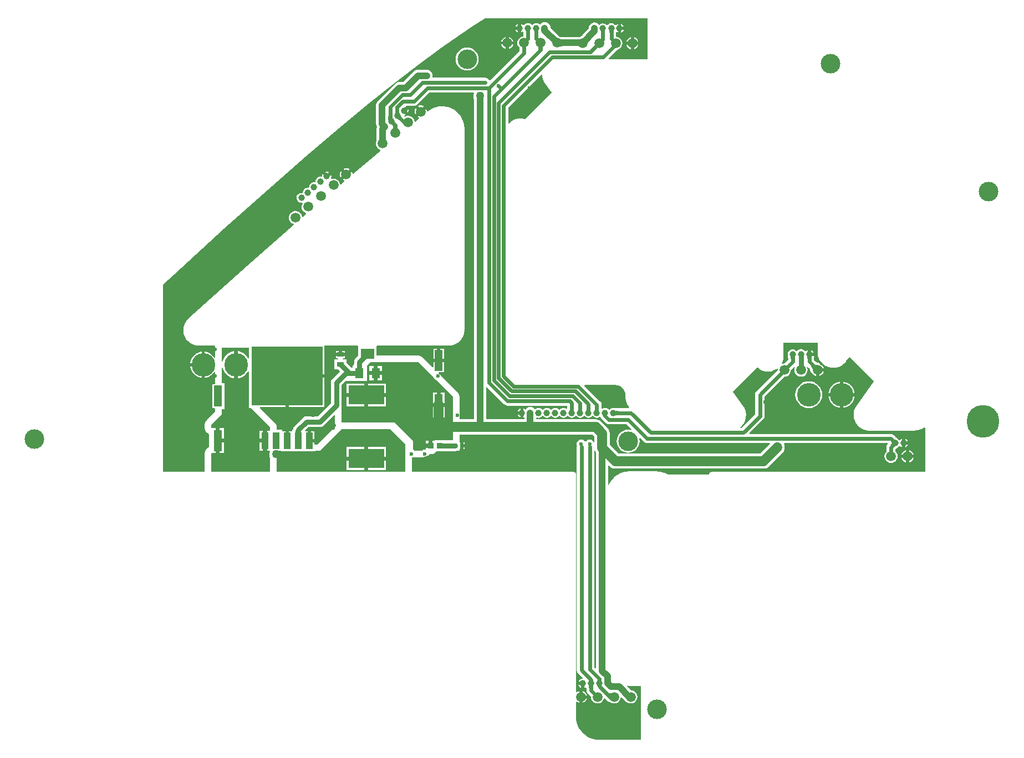
<source format=gtl>
G04*
G04 #@! TF.GenerationSoftware,Altium Limited,Altium Designer,18.1.7 (191)*
G04*
G04 Layer_Physical_Order=1*
G04 Layer_Color=255*
%FSLAX42Y42*%
%MOMM*%
G71*
G01*
G75*
%ADD27C,0.60*%
%ADD31C,1.27*%
%ADD32R,1.30X1.60*%
%ADD33R,2.00X1.60*%
%ADD34R,1.20X3.20*%
%ADD35R,0.50X0.65*%
%ADD36R,0.85X0.85*%
%ADD37R,10.90X9.10*%
%ADD38R,1.05X2.50*%
%ADD39R,5.40X2.90*%
%ADD40R,1.02X0.75*%
%ADD41C,0.60*%
%ADD42C,1.00*%
%ADD43C,0.80*%
%ADD44C,0.40*%
%ADD45C,1.50*%
%ADD46C,1.50*%
%ADD47C,1.00*%
%ADD48C,3.60*%
%ADD49C,3.00*%
%ADD50C,5.00*%
%ADD51C,0.70*%
G36*
X10300Y10441D02*
X9712D01*
X9707Y10453D01*
X9842Y10587D01*
X9843Y10587D01*
X9867Y10597D01*
X9888Y10613D01*
X9904Y10634D01*
X9914Y10658D01*
X9918Y10685D01*
X9914Y10711D01*
X9904Y10735D01*
X9888Y10756D01*
X9867Y10772D01*
X9843Y10782D01*
X9819Y10785D01*
Y10843D01*
X9819Y10844D01*
X9819Y10849D01*
X9819Y10853D01*
X9827Y10858D01*
X9833Y10859D01*
X9840Y10853D01*
X9850Y10849D01*
Y10914D01*
Y10980D01*
X9840Y10976D01*
X9826Y10964D01*
X9823Y10961D01*
X9807D01*
X9802Y10968D01*
X9786Y10980D01*
X9768Y10988D01*
X9749Y10990D01*
X9729Y10988D01*
X9711Y10980D01*
X9695Y10968D01*
X9691Y10962D01*
X9678D01*
X9675Y10966D01*
X9659Y10978D01*
X9641Y10986D01*
X9621Y10988D01*
X9602Y10986D01*
X9584Y10978D01*
X9568Y10966D01*
X9567D01*
X9559Y10977D01*
X9540Y10991D01*
X9518Y11000D01*
X9494Y11003D01*
X9471Y11000D01*
X9449Y10991D01*
X9430Y10977D01*
X9416Y10958D01*
X9407Y10936D01*
X9404Y10912D01*
Y10908D01*
X9316Y10820D01*
X9316Y10820D01*
X9310Y10814D01*
X9293Y10798D01*
X9289Y10794D01*
X9288Y10793D01*
X9287Y10793D01*
X9283Y10791D01*
X9282Y10789D01*
X9281Y10788D01*
X9278Y10784D01*
X9278Y10784D01*
X9277Y10783D01*
X9277Y10783D01*
X9275Y10780D01*
X9024D01*
X9024Y10780D01*
X9016Y10780D01*
X8991Y10781D01*
X8986Y10781D01*
X8985Y10782D01*
X8984Y10782D01*
X8980Y10783D01*
X8978Y10783D01*
X8976Y10783D01*
X8971Y10782D01*
X8971Y10782D01*
X8970Y10782D01*
X8970Y10782D01*
X8964Y10781D01*
X8964Y10781D01*
X8957Y10784D01*
X8822Y10919D01*
X8819Y10942D01*
X8810Y10964D01*
X8795Y10982D01*
X8776Y10997D01*
X8754Y11006D01*
X8731Y11009D01*
X8708Y11006D01*
X8686Y10997D01*
X8667Y10982D01*
X8659Y10972D01*
X8657D01*
X8642Y10984D01*
X8624Y10991D01*
X8604Y10994D01*
X8584Y10991D01*
X8566Y10984D01*
X8551Y10972D01*
X8546Y10966D01*
X8533D01*
X8530Y10970D01*
X8515Y10982D01*
X8497Y10989D01*
X8477Y10992D01*
X8457Y10989D01*
X8439Y10982D01*
X8424Y10970D01*
X8418Y10963D01*
X8402D01*
X8400Y10966D01*
X8385Y10977D01*
X8375Y10982D01*
Y10916D01*
Y10851D01*
X8385Y10855D01*
X8393Y10861D01*
X8406Y10855D01*
X8406Y10850D01*
X8406Y10846D01*
X8406Y10845D01*
Y10789D01*
X8389Y10787D01*
X8364Y10777D01*
X8343Y10761D01*
X8327Y10740D01*
X8317Y10716D01*
X8314Y10690D01*
X8317Y10663D01*
X8327Y10639D01*
X8343Y10618D01*
X8344Y10618D01*
Y10566D01*
X7900Y10122D01*
X7885Y10125D01*
X7876Y10136D01*
X7862Y10147D01*
X7845Y10154D01*
X7826Y10157D01*
X7027D01*
X7018Y10169D01*
X7021Y10188D01*
X7018Y10212D01*
X7009Y10234D01*
X6994Y10252D01*
X6975Y10267D01*
X6953Y10276D01*
X6930Y10279D01*
X6798D01*
X6775Y10276D01*
X6753Y10267D01*
X6734Y10252D01*
X6574Y10092D01*
X6512D01*
X6489Y10089D01*
X6467Y10080D01*
X6448Y10066D01*
X6184Y9802D01*
X6170Y9783D01*
X6160Y9761D01*
X6157Y9738D01*
Y9453D01*
X6160Y9430D01*
X6170Y9408D01*
X6171Y9406D01*
X6168Y9398D01*
X6165Y9374D01*
Y9250D01*
X6165Y9250D01*
X6165Y9242D01*
X6164Y9218D01*
X6164Y9213D01*
X6164Y9211D01*
X6164Y9211D01*
X6163Y9207D01*
X6163Y9205D01*
X6162Y9203D01*
X6163Y9198D01*
X6163Y9198D01*
X6164Y9197D01*
X6164Y9197D01*
X6164Y9191D01*
X6164Y9191D01*
X6161Y9184D01*
X6155Y9158D01*
X6156Y9132D01*
X6164Y9107D01*
X6178Y9085D01*
X6198Y9067D01*
X6221Y9055D01*
X6224Y9054D01*
X6227Y9042D01*
X6020Y8868D01*
X6020Y8868D01*
X6020Y8868D01*
X5807Y8686D01*
X5795Y8691D01*
X5795Y8696D01*
X5787Y8720D01*
X5717Y8660D01*
X5647Y8600D01*
X5669Y8589D01*
X5674Y8587D01*
X5677Y8575D01*
X5618Y8525D01*
X5607Y8530D01*
X5607Y8532D01*
X5598Y8557D01*
X5584Y8579D01*
X5565Y8597D01*
X5541Y8609D01*
X5515Y8614D01*
X5489Y8613D01*
X5475Y8608D01*
X5466Y8619D01*
X5470Y8627D01*
X5474Y8645D01*
X5473Y8663D01*
X5469Y8674D01*
X5420Y8631D01*
X5403Y8650D01*
X5384Y8634D01*
X5342Y8684D01*
X5337Y8674D01*
X5333Y8656D01*
X5333Y8652D01*
X5321Y8641D01*
X5313Y8643D01*
X5293Y8642D01*
X5274Y8636D01*
X5258Y8625D01*
X5244Y8611D01*
X5235Y8593D01*
X5231Y8574D01*
X5232Y8568D01*
X5222Y8559D01*
X5216Y8561D01*
X5196Y8560D01*
X5178Y8553D01*
X5161Y8543D01*
X5148Y8528D01*
X5139Y8510D01*
X5135Y8491D01*
X5135Y8485D01*
X5125Y8477D01*
X5120Y8478D01*
X5100Y8477D01*
X5081Y8471D01*
X5064Y8460D01*
X5051Y8446D01*
X5042Y8428D01*
X5038Y8409D01*
X5039Y8403D01*
X5029Y8394D01*
X5023Y8396D01*
X5003Y8395D01*
X4984Y8389D01*
X4968Y8378D01*
X4955Y8363D01*
X4946Y8345D01*
X4942Y8326D01*
X4943Y8306D01*
X4949Y8288D01*
X4960Y8271D01*
X4974Y8258D01*
X4992Y8249D01*
X5011Y8245D01*
X5026Y8246D01*
X5034Y8236D01*
X5034Y8234D01*
X5026Y8218D01*
X5021Y8192D01*
X5022Y8166D01*
X5030Y8141D01*
X5044Y8118D01*
X5064Y8101D01*
X5087Y8089D01*
X5089Y8088D01*
X5093Y8075D01*
X5039Y8027D01*
X5027Y8032D01*
X5027Y8037D01*
X5019Y8062D01*
X5005Y8084D01*
X4985Y8102D01*
X4962Y8114D01*
X4936Y8120D01*
X4910Y8118D01*
X4885Y8110D01*
X4863Y8096D01*
X4845Y8076D01*
X4833Y8053D01*
X4827Y8027D01*
X4829Y8001D01*
X4837Y7976D01*
X4851Y7953D01*
X4871Y7936D01*
X4894Y7924D01*
X4902Y7922D01*
X4905Y7910D01*
X4193Y7286D01*
X4192Y7285D01*
X4192Y7285D01*
X3293Y6478D01*
X3291Y6477D01*
X3290Y6475D01*
X3263Y6446D01*
X3261Y6442D01*
X3258Y6439D01*
X3238Y6405D01*
X3236Y6401D01*
X3234Y6397D01*
X3221Y6359D01*
X3221Y6355D01*
X3219Y6352D01*
X3214Y6312D01*
X3214Y6308D01*
X3214Y6304D01*
X3216Y6264D01*
X3218Y6260D01*
X3218Y6256D01*
X3228Y6217D01*
X3230Y6213D01*
X3231Y6210D01*
X3249Y6174D01*
X3252Y6171D01*
X3254Y6167D01*
X3279Y6136D01*
X3282Y6133D01*
X3284Y6130D01*
X3315Y6104D01*
X3319Y6102D01*
X3322Y6099D01*
X3357Y6080D01*
X3361Y6079D01*
X3364Y6077D01*
X3402Y6065D01*
X3407Y6065D01*
X3410Y6063D01*
X3450Y6059D01*
X3452Y6060D01*
X3454Y6059D01*
X3691D01*
X3701Y6047D01*
X3699Y6030D01*
Y5881D01*
X3687Y5878D01*
X3685Y5882D01*
X3660Y5912D01*
X3629Y5937D01*
X3594Y5956D01*
X3557Y5967D01*
X3542Y5969D01*
Y5770D01*
Y5571D01*
X3557Y5573D01*
X3594Y5584D01*
X3629Y5603D01*
X3660Y5628D01*
X3685Y5658D01*
X3687Y5662D01*
X3699Y5659D01*
X3699Y5490D01*
X3701Y5480D01*
X3692Y5470D01*
X3660D01*
Y5110D01*
X3692D01*
X3701Y5100D01*
X3699Y5090D01*
Y5052D01*
X3569Y4921D01*
X3553Y4900D01*
X3543Y4876D01*
X3539Y4850D01*
Y4807D01*
X3541Y4796D01*
X3541Y4786D01*
X3542Y4783D01*
X3543Y4780D01*
X3547Y4771D01*
X3550Y4761D01*
X3552Y4759D01*
X3553Y4756D01*
X3559Y4748D01*
X3565Y4739D01*
X3567Y4737D01*
X3569Y4735D01*
X3577Y4729D01*
X3585Y4722D01*
X3595Y4715D01*
X3597Y4714D01*
X3600Y4713D01*
X3609Y4709D01*
Y4610D01*
Y4511D01*
X3607Y4510D01*
X3594Y4503D01*
X3592Y4502D01*
X3590Y4501D01*
X3581Y4494D01*
X3572Y4488D01*
X3571Y4486D01*
X3569Y4485D01*
X3562Y4476D01*
X3555Y4468D01*
X3554Y4466D01*
X3553Y4464D01*
X3549Y4454D01*
X3544Y4444D01*
X3544Y4442D01*
X3543Y4440D01*
X3541Y4429D01*
X3539Y4418D01*
X3539Y4416D01*
X3539Y4413D01*
Y4131D01*
X2900D01*
Y6990D01*
X3071Y7149D01*
X3832Y7845D01*
X4499Y8443D01*
X5080Y8952D01*
X5587Y9385D01*
X6043Y9762D01*
X6448Y10086D01*
X6812Y10367D01*
X7144Y10611D01*
X7447Y10823D01*
X7637Y10950D01*
X7823Y11069D01*
X10300D01*
Y10441D01*
D02*
G37*
G36*
X8638Y10881D02*
X8637Y10880D01*
X8636Y10877D01*
X8636Y10875D01*
X8635Y10871D01*
X8634Y10864D01*
X8634Y10854D01*
X8634Y10848D01*
X8574D01*
X8574Y10854D01*
X8573Y10871D01*
X8572Y10875D01*
X8572Y10877D01*
X8571Y10880D01*
X8570Y10881D01*
X8569Y10882D01*
X8639D01*
X8638Y10881D01*
D02*
G37*
G36*
X8511Y10879D02*
X8510Y10878D01*
X8509Y10875D01*
X8509Y10873D01*
X8508Y10869D01*
X8507Y10862D01*
X8507Y10852D01*
X8507Y10846D01*
X8447D01*
X8447Y10852D01*
X8446Y10869D01*
X8445Y10873D01*
X8445Y10875D01*
X8444Y10878D01*
X8443Y10879D01*
X8442Y10880D01*
X8512D01*
X8511Y10879D01*
D02*
G37*
G36*
X9783Y10878D02*
X9782Y10876D01*
X9781Y10874D01*
X9780Y10871D01*
X9780Y10868D01*
X9779Y10860D01*
X9779Y10850D01*
X9779Y10844D01*
X9718D01*
X9718Y10850D01*
X9717Y10868D01*
X9717Y10871D01*
X9716Y10874D01*
X9715Y10876D01*
X9714Y10878D01*
X9714Y10879D01*
X9783D01*
X9783Y10878D01*
D02*
G37*
G36*
X9416Y10721D02*
X9384Y10685D01*
X9310Y10760D01*
X9311Y10760D01*
X9312Y10761D01*
X9314Y10762D01*
X9320Y10768D01*
X9339Y10785D01*
X9345Y10791D01*
X9416Y10721D01*
D02*
G37*
G36*
X8977Y10742D02*
X8979Y10741D01*
X8982Y10741D01*
X8989Y10740D01*
X9015Y10740D01*
X9024Y10740D01*
Y10640D01*
X8976Y10637D01*
Y10742D01*
X8977Y10742D01*
D02*
G37*
G36*
X8701Y10621D02*
X8700Y10620D01*
X8700Y10618D01*
X8700Y10616D01*
X8699Y10609D01*
X8699Y10587D01*
X8639D01*
X8639Y10593D01*
X8637Y10621D01*
X8636Y10622D01*
X8701D01*
X8701Y10621D01*
D02*
G37*
G36*
X6507Y9644D02*
X6508Y9630D01*
X6509Y9626D01*
X6510Y9623D01*
X6510Y9621D01*
X6511Y9618D01*
X6513Y9617D01*
X6514Y9616D01*
X6445Y9605D01*
X6445Y9606D01*
X6446Y9607D01*
X6446Y9609D01*
X6446Y9612D01*
X6447Y9622D01*
X6447Y9638D01*
X6507Y9650D01*
X6507Y9644D01*
D02*
G37*
G36*
X8697Y10205D02*
X8696Y10195D01*
X8697Y10191D01*
X8697Y10187D01*
X8702Y10147D01*
X8704Y10143D01*
X8704Y10139D01*
X8717Y10101D01*
X8720Y10098D01*
X8721Y10094D01*
X8742Y10059D01*
X8743Y10058D01*
X8744Y10056D01*
X8838Y9930D01*
X8433Y9526D01*
X8432Y9526D01*
X8391Y9534D01*
X8387Y9534D01*
X8383Y9535D01*
X8341Y9535D01*
X8337Y9534D01*
X8333Y9534D01*
X8292Y9525D01*
X8288Y9523D01*
X8284Y9522D01*
X8246Y9505D01*
X8243Y9503D01*
X8239Y9501D01*
X8205Y9476D01*
X8203Y9473D01*
X8199Y9471D01*
X8186Y9456D01*
X8175Y9461D01*
Y9700D01*
X8685Y10211D01*
X8697Y10205D01*
D02*
G37*
G36*
X6400Y9565D02*
X6401Y9551D01*
X6402Y9548D01*
X6403Y9545D01*
X6404Y9542D01*
X6405Y9540D01*
X6406Y9539D01*
X6408Y9538D01*
X6343Y9512D01*
X6340Y9568D01*
X6400Y9570D01*
X6400Y9565D01*
D02*
G37*
G36*
X6535Y9573D02*
X6536Y9571D01*
X6537Y9569D01*
X6538Y9567D01*
X6540Y9564D01*
X6545Y9558D01*
X6552Y9551D01*
X6556Y9547D01*
X6513Y9504D01*
X6509Y9508D01*
X6496Y9520D01*
X6493Y9522D01*
X6491Y9523D01*
X6489Y9524D01*
X6487Y9525D01*
X6485Y9525D01*
X6535Y9574D01*
X6535Y9573D01*
D02*
G37*
G36*
X6439Y9490D02*
X6440Y9488D01*
X6441Y9486D01*
X6442Y9483D01*
X6444Y9481D01*
X6449Y9475D01*
X6456Y9467D01*
X6460Y9463D01*
X6423Y9426D01*
X6480D01*
X6480Y9419D01*
X6481Y9411D01*
X6482Y9404D01*
X6483Y9398D01*
X6485Y9392D01*
X6487Y9386D01*
X6490Y9381D01*
X6493Y9377D01*
X6496Y9373D01*
X6500Y9369D01*
X6400D01*
X6404Y9373D01*
X6408Y9377D01*
X6411Y9381D01*
X6413Y9386D01*
X6415Y9392D01*
X6417Y9398D01*
X6418Y9404D01*
X6419Y9411D01*
X6420Y9419D01*
X6420Y9424D01*
X6417Y9421D01*
X6413Y9425D01*
X6400Y9437D01*
X6397Y9438D01*
X6395Y9440D01*
X6393Y9441D01*
X6391Y9441D01*
X6389Y9442D01*
X6439Y9491D01*
X6439Y9490D01*
D02*
G37*
G36*
X6308Y9203D02*
X6203D01*
X6204Y9204D01*
X6204Y9206D01*
X6204Y9208D01*
X6205Y9216D01*
X6206Y9242D01*
X6206Y9250D01*
X6306D01*
X6308Y9203D01*
D02*
G37*
G36*
X7650Y9918D02*
X7644Y9905D01*
X7641Y9878D01*
X7644Y9850D01*
X7654Y9826D01*
Y4933D01*
X7431D01*
Y4998D01*
X7430Y5000D01*
X7431Y5002D01*
X7431Y5280D01*
X7427Y5306D01*
X7417Y5330D01*
X7401Y5351D01*
X7146Y5606D01*
X7141Y5610D01*
X7137Y5615D01*
X7131Y5618D01*
X7126Y5622D01*
X7123Y5623D01*
X7122Y5626D01*
X7118Y5631D01*
X7115Y5637D01*
X7111Y5640D01*
X7112Y5644D01*
X7117Y5653D01*
X7193D01*
Y5808D01*
X7112D01*
X7032D01*
Y5736D01*
X7021Y5732D01*
X6873Y5879D01*
X6853Y5895D01*
X6828Y5905D01*
X6802Y5908D01*
X6165D01*
Y6052D01*
X6175Y6059D01*
X7264D01*
X7266Y6060D01*
X7269Y6059D01*
X7313Y6064D01*
X7317Y6066D01*
X7322Y6067D01*
X7364Y6081D01*
X7368Y6084D01*
X7372Y6085D01*
X7410Y6109D01*
X7414Y6112D01*
X7418Y6115D01*
X7449Y6146D01*
X7452Y6150D01*
X7455Y6154D01*
X7479Y6192D01*
X7480Y6196D01*
X7483Y6200D01*
X7498Y6242D01*
X7498Y6247D01*
X7500Y6251D01*
X7505Y6295D01*
X7504Y6298D01*
X7505Y6300D01*
Y9381D01*
X7504Y9383D01*
X7505Y9385D01*
X7499Y9441D01*
X7498Y9445D01*
X7498Y9449D01*
X7482Y9503D01*
X7480Y9506D01*
X7479Y9510D01*
X7454Y9560D01*
X7451Y9563D01*
X7450Y9567D01*
X7415Y9612D01*
X7412Y9614D01*
X7410Y9617D01*
X7367Y9654D01*
X7364Y9656D01*
X7361Y9659D01*
X7313Y9688D01*
X7309Y9689D01*
X7306Y9691D01*
X7253Y9710D01*
X7249Y9711D01*
X7245Y9712D01*
X7189Y9721D01*
X7185Y9721D01*
X7182Y9721D01*
X7125Y9720D01*
X7121Y9719D01*
X7118Y9719D01*
X7063Y9706D01*
X7059Y9705D01*
X7055Y9704D01*
X7003Y9682D01*
X7000Y9679D01*
X6997Y9678D01*
X6950Y9646D01*
X6949Y9645D01*
X6947Y9644D01*
X6946Y9643D01*
X6934Y9648D01*
X6934Y9656D01*
X6926Y9680D01*
X6855Y9620D01*
X6785Y9561D01*
X6807Y9549D01*
X6814Y9548D01*
X6817Y9535D01*
X6756Y9484D01*
X6744Y9489D01*
X6744Y9493D01*
X6736Y9519D01*
X6722Y9541D01*
X6703Y9559D01*
X6679Y9571D01*
X6654Y9576D01*
X6627Y9575D01*
X6602Y9567D01*
X6596Y9563D01*
X6586Y9574D01*
X6586Y9577D01*
X6586Y9578D01*
X6591Y9587D01*
X6594Y9587D01*
X6605Y9590D01*
X6563Y9640D01*
X6582Y9656D01*
X6566Y9676D01*
X6619Y9720D01*
X6621Y9729D01*
X6739D01*
X6758Y9732D01*
X6775Y9739D01*
X6789Y9750D01*
X6970Y9931D01*
X7641D01*
X7650Y9918D01*
D02*
G37*
G36*
X4216Y5872D02*
X4203Y5869D01*
X4193Y5887D01*
X4167Y5919D01*
X4135Y5945D01*
X4098Y5965D01*
X4059Y5977D01*
X4047Y5978D01*
Y5770D01*
Y5562D01*
X4059Y5563D01*
X4098Y5575D01*
X4135Y5595D01*
X4167Y5621D01*
X4193Y5653D01*
X4203Y5671D01*
X4216Y5668D01*
Y5102D01*
X4248D01*
X4540Y4810D01*
Y4772D01*
X4538D01*
Y4762D01*
X4491D01*
Y4607D01*
Y4452D01*
X4526D01*
X4535Y4439D01*
X4530Y4427D01*
X4526Y4400D01*
X4530Y4373D01*
X4540Y4348D01*
Y4131D01*
X3640D01*
Y4413D01*
X3653Y4420D01*
X3710D01*
Y4610D01*
Y4800D01*
X3653D01*
X3650Y4800D01*
X3640Y4807D01*
Y4850D01*
X3800Y5010D01*
Y5090D01*
X3840D01*
Y5490D01*
X3800D01*
X3800Y5720D01*
X3813Y5722D01*
X3823Y5689D01*
X3842Y5653D01*
X3868Y5621D01*
X3900Y5595D01*
X3937Y5575D01*
X3976Y5563D01*
X3988Y5562D01*
Y5770D01*
Y5978D01*
X3976Y5977D01*
X3937Y5965D01*
X3900Y5945D01*
X3868Y5919D01*
X3842Y5887D01*
X3823Y5851D01*
X3813Y5818D01*
X3800Y5820D01*
Y6030D01*
X4216D01*
Y5872D01*
D02*
G37*
G36*
X12807Y5892D02*
X12806Y5890D01*
X12805Y5889D01*
X12804Y5886D01*
X12803Y5884D01*
X12802Y5880D01*
X12802Y5877D01*
X12801Y5868D01*
X12801Y5857D01*
X12741Y5860D01*
X12741Y5866D01*
X12740Y5887D01*
X12739Y5889D01*
X12738Y5891D01*
X12738Y5893D01*
X12737Y5894D01*
X12807Y5892D01*
D02*
G37*
G36*
X12555Y5893D02*
X12554Y5891D01*
X12553Y5889D01*
X12553Y5887D01*
X12552Y5883D01*
X12551Y5876D01*
X12551Y5866D01*
X12551Y5860D01*
X12491Y5857D01*
X12491Y5863D01*
X12490Y5880D01*
X12489Y5884D01*
X12488Y5886D01*
X12488Y5889D01*
X12487Y5890D01*
X12486Y5892D01*
X12556Y5894D01*
X12555Y5893D01*
D02*
G37*
G36*
X5885Y6052D02*
Y5907D01*
X5843Y5865D01*
X5830Y5848D01*
X5822Y5828D01*
X5819Y5808D01*
Y5762D01*
X5795D01*
Y5723D01*
X5779D01*
X5703Y5799D01*
Y5853D01*
X5646D01*
X5646Y5854D01*
X5652Y5867D01*
X5683D01*
Y5899D01*
X5612D01*
X5542D01*
Y5867D01*
X5573D01*
X5579Y5854D01*
X5579Y5853D01*
X5522D01*
Y5699D01*
X5576D01*
X5606Y5668D01*
X5493Y5555D01*
X5480Y5538D01*
X5472Y5518D01*
X5469Y5497D01*
Y5183D01*
X5264Y4978D01*
X5092D01*
X5072Y4975D01*
X5052Y4967D01*
X5035Y4955D01*
X4914Y4833D01*
X4901Y4816D01*
X4893Y4796D01*
X4890Y4778D01*
X4890Y4776D01*
X4890Y4772D01*
X4878D01*
Y4762D01*
X4873Y4752D01*
X4826D01*
Y4607D01*
X4776D01*
Y4752D01*
X4728D01*
X4723Y4762D01*
Y4772D01*
X4641D01*
Y4810D01*
X4641Y4810D01*
X4637Y4836D01*
X4627Y4860D01*
X4611Y4881D01*
X4383Y5110D01*
X4387Y5122D01*
X4776D01*
Y5597D01*
X4801D01*
Y5622D01*
X5366D01*
Y6059D01*
X5875D01*
X5885Y6052D01*
D02*
G37*
G36*
X12846Y5784D02*
X12852Y5779D01*
X12857Y5775D01*
X12863Y5772D01*
X12869Y5769D01*
X12875Y5766D01*
X12881Y5765D01*
X12887Y5763D01*
X12893Y5763D01*
X12899Y5762D01*
X12825Y5688D01*
X12825Y5694D01*
X12824Y5700D01*
X12823Y5707D01*
X12821Y5713D01*
X12819Y5718D01*
X12816Y5724D01*
X12812Y5730D01*
X12808Y5736D01*
X12804Y5741D01*
X12798Y5747D01*
X12841Y5789D01*
X12846Y5784D01*
D02*
G37*
G36*
X12899Y5960D02*
X12900Y5958D01*
X12899Y5956D01*
X12904Y5914D01*
X12905Y5910D01*
X12906Y5906D01*
X12919Y5866D01*
X12921Y5862D01*
X12922Y5858D01*
X12944Y5821D01*
X12946Y5818D01*
X12949Y5814D01*
X12977Y5783D01*
X12980Y5781D01*
X12983Y5778D01*
X13018Y5753D01*
X13022Y5751D01*
X13025Y5749D01*
X13064Y5732D01*
X13068Y5731D01*
X13072Y5729D01*
X13113Y5721D01*
X13118Y5721D01*
X13122Y5720D01*
X13164Y5721D01*
X13168Y5722D01*
X13172Y5722D01*
X13214Y5731D01*
X13217Y5733D01*
X13222Y5734D01*
X13260Y5752D01*
X13263Y5754D01*
X13267Y5756D01*
X13301Y5781D01*
X13304Y5785D01*
X13307Y5787D01*
X13335Y5819D01*
X13336Y5821D01*
X13337Y5822D01*
X13378Y5880D01*
X13391Y5882D01*
X13756Y5516D01*
X13492Y5138D01*
X13491Y5136D01*
X13490Y5134D01*
X13469Y5096D01*
X13467Y5092D01*
X13465Y5088D01*
X13453Y5046D01*
X13453Y5041D01*
X13452Y5037D01*
X13449Y4994D01*
X13449Y4989D01*
X13449Y4985D01*
X13456Y4942D01*
X13457Y4938D01*
X13458Y4933D01*
X13474Y4893D01*
X13476Y4889D01*
X13478Y4885D01*
X13502Y4849D01*
X13505Y4846D01*
X13508Y4842D01*
X13539Y4812D01*
X13543Y4809D01*
X13546Y4806D01*
X13584Y4784D01*
X13588Y4782D01*
X13592Y4780D01*
X13633Y4766D01*
X13637Y4766D01*
X13642Y4764D01*
X13685Y4759D01*
X13687Y4760D01*
X13689Y4759D01*
X14353D01*
X14355Y4760D01*
X14357Y4759D01*
X14415Y4765D01*
X14419Y4766D01*
X14423Y4767D01*
X14479Y4784D01*
X14483Y4786D01*
X14487Y4787D01*
X14529Y4810D01*
X14542Y4802D01*
Y4131D01*
X11277D01*
X11265Y4128D01*
X11255Y4122D01*
X11249Y4112D01*
X11246Y4100D01*
Y4086D01*
X10612D01*
X10561Y4113D01*
X10557Y4114D01*
X10554Y4116D01*
X10497Y4133D01*
X10493Y4134D01*
X10490Y4135D01*
X10431Y4141D01*
X10429Y4140D01*
X10427Y4141D01*
X10027D01*
X10025Y4140D01*
X10023Y4141D01*
X9964Y4135D01*
X9961Y4134D01*
X9957Y4133D01*
X9900Y4116D01*
X9897Y4114D01*
X9893Y4113D01*
X9841Y4085D01*
X9838Y4083D01*
X9834Y4081D01*
X9789Y4044D01*
X9786Y4041D01*
X9783Y4038D01*
X9746Y3993D01*
X9744Y3989D01*
X9742Y3986D01*
X9714Y3934D01*
X9713Y3933D01*
X9702Y3934D01*
X9701Y3935D01*
Y4224D01*
X9713Y4228D01*
X9728Y4213D01*
X9752Y4195D01*
X9780Y4183D01*
X9810Y4179D01*
X12072D01*
X12103Y4183D01*
X12130Y4195D01*
X12155Y4213D01*
X12365Y4423D01*
X12383Y4447D01*
X12395Y4475D01*
X12398Y4505D01*
X12395Y4535D01*
X12386Y4557D01*
X12393Y4569D01*
X13966D01*
X13967Y4569D01*
X13970Y4557D01*
X13960Y4544D01*
X13953Y4527D01*
X13950Y4508D01*
Y4441D01*
X13949Y4440D01*
X13933Y4419D01*
X13923Y4395D01*
X13920Y4369D01*
X13923Y4343D01*
X13933Y4318D01*
X13949Y4297D01*
X13970Y4281D01*
X13995Y4271D01*
X14021Y4268D01*
X14047Y4271D01*
X14071Y4281D01*
X14092Y4297D01*
X14108Y4318D01*
X14118Y4343D01*
X14122Y4369D01*
X14118Y4395D01*
X14108Y4419D01*
X14092Y4440D01*
X14091Y4441D01*
Y4479D01*
X14094Y4481D01*
X14098Y4484D01*
X14099Y4484D01*
X14102Y4486D01*
X14104Y4487D01*
X14108Y4490D01*
X14113Y4493D01*
X14114Y4495D01*
X14116Y4497D01*
X14118Y4502D01*
X14121Y4506D01*
X14122Y4506D01*
X14138Y4519D01*
X14143Y4525D01*
X14159D01*
X14161Y4522D01*
X14176Y4511D01*
X14186Y4507D01*
Y4572D01*
Y4637D01*
X14176Y4633D01*
X14161Y4622D01*
X14159Y4619D01*
X14143D01*
X14138Y4625D01*
X14122Y4638D01*
X14121Y4638D01*
X14118Y4642D01*
X14116Y4647D01*
X14114Y4649D01*
X14113Y4651D01*
X14108Y4654D01*
X14104Y4657D01*
X14102Y4658D01*
X14099Y4660D01*
X14098Y4660D01*
X14088Y4669D01*
X14085Y4672D01*
X14084Y4672D01*
X14066Y4690D01*
X14052Y4701D01*
X14035Y4708D01*
X14016Y4711D01*
X11862D01*
X11857Y4722D01*
X12067Y4933D01*
X12079Y4947D01*
X12086Y4964D01*
X12088Y4983D01*
Y5283D01*
X12391Y5587D01*
X12392Y5586D01*
X12418Y5590D01*
X12443Y5600D01*
X12463Y5616D01*
X12479Y5637D01*
X12490Y5661D01*
X12493Y5687D01*
X12493Y5688D01*
X12547Y5742D01*
X12558Y5735D01*
X12549Y5713D01*
X12545Y5687D01*
X12549Y5661D01*
X12559Y5637D01*
X12575Y5616D01*
X12596Y5600D01*
X12620Y5590D01*
X12646Y5586D01*
X12672Y5590D01*
X12697Y5600D01*
X12717Y5616D01*
X12733Y5637D01*
X12744Y5661D01*
X12747Y5687D01*
X12744Y5713D01*
X12735Y5735D01*
X12745Y5742D01*
X12768Y5719D01*
X12769Y5719D01*
X12773Y5714D01*
X12776Y5711D01*
X12778Y5707D01*
X12780Y5704D01*
X12781Y5702D01*
X12783Y5699D01*
X12783Y5696D01*
X12784Y5694D01*
X12784Y5691D01*
X12784Y5687D01*
X12786Y5680D01*
X12787Y5672D01*
X12788Y5672D01*
X12788Y5671D01*
X12792Y5665D01*
X12796Y5659D01*
X12797Y5659D01*
X12797Y5658D01*
X12803Y5654D01*
X12809Y5650D01*
X12810Y5650D01*
X12811Y5650D01*
X12813Y5650D01*
X12817Y5639D01*
X12832Y5620D01*
X12852Y5604D01*
X12875Y5595D01*
Y5687D01*
X12900D01*
Y5712D01*
X12993D01*
X12983Y5735D01*
X12968Y5755D01*
X12948Y5770D01*
X12938Y5774D01*
X12938Y5777D01*
X12937Y5777D01*
X12937Y5778D01*
X12933Y5784D01*
X12929Y5790D01*
X12929Y5791D01*
X12928Y5791D01*
X12922Y5795D01*
X12916Y5799D01*
X12916Y5800D01*
X12915Y5800D01*
X12908Y5801D01*
X12901Y5803D01*
X12896Y5803D01*
X12894Y5804D01*
X12891Y5804D01*
X12889Y5805D01*
X12886Y5806D01*
X12883Y5807D01*
X12880Y5809D01*
X12877Y5812D01*
X12873Y5814D01*
X12869Y5819D01*
X12868Y5819D01*
X12842Y5846D01*
Y5855D01*
X12842Y5855D01*
X12842Y5856D01*
X12842Y5856D01*
X12842Y5866D01*
X12843Y5872D01*
X12843Y5873D01*
X12844Y5874D01*
X12844Y5877D01*
X12845Y5879D01*
X12846Y5885D01*
X12847Y5890D01*
X12847Y5892D01*
X12847Y5895D01*
X12846Y5900D01*
X12845Y5904D01*
X12773D01*
Y5929D01*
X12748D01*
Y5995D01*
X12736Y5990D01*
X12721Y5979D01*
X12709D01*
X12703Y5986D01*
X12686Y5998D01*
X12667Y6007D01*
X12646Y6009D01*
X12625Y6007D01*
X12606Y5998D01*
X12589Y5986D01*
X12586Y5981D01*
X12573Y5981D01*
X12573Y5982D01*
X12557Y5994D01*
X12539Y6002D01*
X12519Y6004D01*
X12500Y6002D01*
X12481Y5994D01*
X12466Y5982D01*
X12454Y5966D01*
X12446Y5948D01*
X12443Y5929D01*
X12446Y5909D01*
X12447Y5906D01*
X12447Y5906D01*
X12446Y5900D01*
X12445Y5895D01*
X12445Y5892D01*
X12445Y5890D01*
X12446Y5885D01*
X12447Y5879D01*
X12448Y5877D01*
X12449Y5874D01*
X12449Y5873D01*
X12450Y5861D01*
X12450Y5857D01*
X12450Y5856D01*
X12450Y5855D01*
X12450Y5855D01*
Y5846D01*
X12393Y5788D01*
X12392Y5788D01*
X12366Y5785D01*
X12360Y5782D01*
X12352Y5792D01*
X12358Y5803D01*
X12360Y5807D01*
X12362Y5811D01*
X12374Y5851D01*
X12375Y5855D01*
X12376Y5859D01*
X12381Y5900D01*
X12380Y5903D01*
X12381Y5905D01*
Y6109D01*
X12899D01*
Y5960D01*
D02*
G37*
G36*
X7035Y5575D02*
X7039Y5565D01*
X7050Y5550D01*
X7065Y5539D01*
X7075Y5535D01*
X7330Y5280D01*
X7330Y5002D01*
X7329Y5000D01*
X7330Y4998D01*
X7330Y4611D01*
X7214D01*
Y4612D01*
X7049D01*
Y4603D01*
X7021D01*
Y4530D01*
X6991D01*
Y4500D01*
X6919D01*
Y4481D01*
X6906Y4470D01*
X6900Y4471D01*
X6882Y4468D01*
X6865Y4461D01*
X6853Y4453D01*
X6747D01*
X6735Y4461D01*
X6720Y4467D01*
X6720Y4606D01*
X6436Y4890D01*
X5630Y4890D01*
Y5145D01*
X5631Y5150D01*
Y5461D01*
X5690Y5520D01*
X6020Y5520D01*
X6020Y5755D01*
X6072Y5808D01*
X6802D01*
X7035Y5575D01*
D02*
G37*
G36*
X9842Y5455D02*
X9876Y5443D01*
X9906Y5424D01*
X9931Y5399D01*
X9950Y5369D01*
X9962Y5335D01*
X9966Y5298D01*
Y5271D01*
X9967Y5269D01*
X9966Y5266D01*
X9971Y5224D01*
X9972Y5220D01*
X9973Y5216D01*
X9986Y5175D01*
X9988Y5171D01*
X9990Y5167D01*
X10012Y5131D01*
X10014Y5127D01*
X10017Y5124D01*
X10025Y5115D01*
X10020Y5103D01*
X9853D01*
X9852Y5103D01*
X9847Y5103D01*
X9839Y5104D01*
X9834Y5104D01*
X9833Y5105D01*
X9830Y5106D01*
X9828Y5107D01*
X9823Y5107D01*
X9817Y5108D01*
X9815Y5108D01*
X9812Y5108D01*
X9807Y5106D01*
X9802Y5105D01*
X9801Y5106D01*
X9782Y5108D01*
X9762Y5106D01*
X9744Y5098D01*
X9728Y5086D01*
X9724Y5081D01*
X9712D01*
X9708Y5086D01*
X9692Y5098D01*
X9674Y5106D01*
X9654Y5108D01*
X9635Y5106D01*
X9617Y5098D01*
X9611Y5094D01*
X9598Y5100D01*
Y5160D01*
X9596Y5178D01*
X9589Y5195D01*
X9577Y5210D01*
X9340Y5447D01*
X9345Y5459D01*
X9805D01*
X9842Y5455D01*
D02*
G37*
G36*
X8113Y5165D02*
X8128Y5154D01*
X8145Y5147D01*
X8163Y5144D01*
X9076D01*
Y5104D01*
X9076Y5103D01*
X9076Y5100D01*
X9071Y5097D01*
X9063Y5094D01*
X9057Y5098D01*
X9039Y5106D01*
X9019Y5108D01*
X9000Y5106D01*
X8982Y5098D01*
X8966Y5086D01*
X8962Y5081D01*
X8950D01*
X8946Y5086D01*
X8930Y5098D01*
X8912Y5106D01*
X8893Y5108D01*
X8873Y5106D01*
X8855Y5098D01*
X8839Y5086D01*
X8835Y5081D01*
X8823D01*
X8819Y5086D01*
X8803Y5098D01*
X8785Y5106D01*
X8765Y5108D01*
X8746Y5106D01*
X8728Y5098D01*
X8712Y5086D01*
X8708Y5081D01*
X8696D01*
X8692Y5086D01*
X8676Y5098D01*
X8658Y5106D01*
X8639Y5108D01*
X8619Y5106D01*
X8601Y5098D01*
X8585Y5086D01*
X8584D01*
X8576Y5097D01*
X8557Y5111D01*
X8535Y5120D01*
X8511Y5123D01*
X8488Y5120D01*
X8466Y5111D01*
X8447Y5097D01*
X8436Y5082D01*
X8434D01*
X8420Y5094D01*
X8410Y5098D01*
Y5033D01*
Y4965D01*
X8421Y4958D01*
Y4933D01*
X7836D01*
Y5426D01*
X7848Y5431D01*
X8113Y5165D01*
D02*
G37*
G36*
X9431Y5097D02*
X9432Y5079D01*
X9432Y5076D01*
X9433Y5073D01*
X9434Y5071D01*
X9435Y5069D01*
X9436Y5068D01*
X9365D01*
X9366Y5069D01*
X9367Y5071D01*
X9368Y5073D01*
X9369Y5076D01*
X9369Y5079D01*
X9370Y5087D01*
X9370Y5097D01*
X9371Y5103D01*
X9431D01*
X9431Y5097D01*
D02*
G37*
G36*
X9304D02*
X9305Y5079D01*
X9305Y5076D01*
X9306Y5073D01*
X9307Y5071D01*
X9308Y5069D01*
X9308Y5068D01*
X9239D01*
X9239Y5069D01*
X9240Y5071D01*
X9241Y5073D01*
X9242Y5076D01*
X9242Y5079D01*
X9243Y5087D01*
X9243Y5097D01*
X9243Y5103D01*
X9304D01*
X9304Y5097D01*
D02*
G37*
G36*
X9177D02*
X9178Y5079D01*
X9178Y5076D01*
X9179Y5073D01*
X9180Y5071D01*
X9181Y5069D01*
X9182Y5068D01*
X9111D01*
X9112Y5069D01*
X9113Y5071D01*
X9114Y5073D01*
X9115Y5076D01*
X9115Y5079D01*
X9116Y5087D01*
X9116Y5097D01*
X9117Y5103D01*
X9176D01*
X9177Y5097D01*
D02*
G37*
G36*
X9818Y5067D02*
X9820Y5066D01*
X9822Y5065D01*
X9825Y5064D01*
X9828Y5064D01*
X9836Y5063D01*
X9846Y5063D01*
X9851Y5062D01*
Y5003D01*
X9846Y5002D01*
X9828Y5001D01*
X9825Y5001D01*
X9822Y5000D01*
X9820Y4999D01*
X9818Y4998D01*
X9817Y4997D01*
Y5067D01*
X9818Y5067D01*
D02*
G37*
G36*
X9474Y4979D02*
X9490Y4967D01*
X9508Y4959D01*
X9528Y4957D01*
X9547Y4959D01*
X9565Y4967D01*
X9573Y4973D01*
X9586Y4967D01*
X9593Y4950D01*
X9605Y4936D01*
X9663Y4878D01*
X9677Y4866D01*
X9694Y4859D01*
X9712Y4857D01*
X9981D01*
X10057Y4781D01*
X10050Y4770D01*
X10041Y4772D01*
X10007Y4776D01*
X9973Y4772D01*
X9940Y4762D01*
X9909Y4746D01*
X9883Y4724D01*
X9861Y4698D01*
X9845Y4667D01*
X9835Y4634D01*
X9831Y4600D01*
X9835Y4566D01*
X9845Y4533D01*
X9861Y4502D01*
X9883Y4476D01*
X9909Y4454D01*
X9940Y4438D01*
X9973Y4428D01*
X10007Y4424D01*
X10041Y4428D01*
X10074Y4438D01*
X10105Y4454D01*
X10131Y4476D01*
X10153Y4502D01*
X10169Y4533D01*
X10179Y4566D01*
X10183Y4600D01*
X10179Y4634D01*
X10177Y4643D01*
X10188Y4650D01*
X10248Y4590D01*
X10262Y4579D01*
X10279Y4572D01*
X10297Y4569D01*
X12166D01*
X12171Y4558D01*
X12024Y4411D01*
X9858D01*
X9726Y4543D01*
Y4720D01*
X9722Y4750D01*
X9710Y4778D01*
X9692Y4802D01*
X9595Y4900D01*
X9570Y4918D01*
X9543Y4930D01*
X9512Y4933D01*
X8602D01*
Y4955D01*
X8613Y4962D01*
X8619Y4959D01*
X8639Y4957D01*
X8658Y4959D01*
X8676Y4967D01*
X8692Y4979D01*
X8696Y4984D01*
X8708D01*
X8712Y4979D01*
X8728Y4967D01*
X8746Y4959D01*
X8765Y4957D01*
X8785Y4959D01*
X8803Y4967D01*
X8819Y4979D01*
X8823Y4984D01*
X8835D01*
X8839Y4979D01*
X8855Y4967D01*
X8873Y4959D01*
X8893Y4957D01*
X8912Y4959D01*
X8930Y4967D01*
X8946Y4979D01*
X8950Y4984D01*
X8962D01*
X8966Y4979D01*
X8982Y4967D01*
X9000Y4959D01*
X9019Y4957D01*
X9039Y4959D01*
X9057Y4967D01*
X9073Y4979D01*
X9077Y4984D01*
X9089D01*
X9093Y4979D01*
X9109Y4967D01*
X9127Y4959D01*
X9146Y4957D01*
X9166Y4959D01*
X9184Y4967D01*
X9200Y4979D01*
X9204Y4984D01*
X9216D01*
X9220Y4979D01*
X9236Y4967D01*
X9254Y4959D01*
X9274Y4957D01*
X9293Y4959D01*
X9311Y4967D01*
X9327Y4979D01*
X9331Y4984D01*
X9343D01*
X9347Y4979D01*
X9363Y4967D01*
X9381Y4959D01*
X9400Y4957D01*
X9420Y4959D01*
X9438Y4967D01*
X9454Y4979D01*
X9458Y4984D01*
X9470D01*
X9474Y4979D01*
D02*
G37*
G36*
X12018Y5697D02*
X12022Y5695D01*
X12026Y5693D01*
X12064Y5676D01*
X12068Y5676D01*
X12072Y5674D01*
X12113Y5666D01*
X12117Y5666D01*
X12121Y5665D01*
X12163Y5665D01*
X12167Y5666D01*
X12171Y5666D01*
X12212Y5675D01*
X12216Y5677D01*
X12220Y5678D01*
X12258Y5695D01*
X12261Y5697D01*
X12265Y5699D01*
X12282Y5711D01*
X12293Y5704D01*
X12291Y5687D01*
X12291Y5686D01*
X11968Y5363D01*
X11956Y5348D01*
X11949Y5331D01*
X11947Y5313D01*
Y5012D01*
X11736Y4801D01*
X11722D01*
X11718Y4813D01*
X11738Y4830D01*
X11740Y4833D01*
X11743Y4836D01*
X11768Y4868D01*
X11770Y4871D01*
X11772Y4875D01*
X11790Y4910D01*
X11792Y4914D01*
X11793Y4918D01*
X11804Y4957D01*
X11804Y4961D01*
X11805Y4965D01*
X11808Y5005D01*
X11807Y5009D01*
X11807Y5013D01*
X11802Y5053D01*
X11801Y5057D01*
X11800Y5061D01*
X11787Y5099D01*
X11784Y5102D01*
X11783Y5106D01*
X11762Y5141D01*
X11761Y5142D01*
X11760Y5144D01*
X11604Y5354D01*
X11970Y5720D01*
X11984Y5721D01*
X12018Y5697D01*
D02*
G37*
G36*
X5011Y4767D02*
X5013Y4735D01*
X5013Y4733D01*
X5014Y4732D01*
X5015Y4731D01*
X4926D01*
X4927Y4732D01*
X4928Y4733D01*
X4929Y4735D01*
X4929Y4738D01*
X4930Y4742D01*
X4930Y4760D01*
X4931Y4776D01*
X5011D01*
X5011Y4767D01*
D02*
G37*
G36*
X9494Y4672D02*
Y4584D01*
X9481Y4581D01*
X9479Y4588D01*
X9467Y4602D01*
X9453Y4614D01*
X9436Y4621D01*
X9418Y4623D01*
X9399Y4621D01*
X9382Y4614D01*
X9368Y4602D01*
X9361Y4595D01*
X9346D01*
X9340Y4602D01*
X9325Y4614D01*
X9308Y4621D01*
X9290Y4623D01*
X9272Y4621D01*
X9255Y4614D01*
X9240Y4602D01*
X9229Y4588D01*
X9222Y4571D01*
X9219Y4553D01*
X9222Y4534D01*
X9224Y4528D01*
X9222Y4510D01*
X9222Y1098D01*
X9224Y1079D01*
X9231Y1062D01*
X9243Y1048D01*
X9312Y978D01*
X9307Y965D01*
X9293Y964D01*
X9276Y957D01*
X9261Y945D01*
X9250Y931D01*
X9246Y920D01*
X9311D01*
Y895D01*
X9336D01*
Y830D01*
X9347Y834D01*
X9354Y840D01*
X9367Y834D01*
X9367Y830D01*
X9368Y825D01*
X9368Y824D01*
Y790D01*
X9370Y771D01*
X9377Y754D01*
X9388Y740D01*
X9437Y691D01*
X9437Y690D01*
X9441Y664D01*
X9451Y640D01*
X9467Y619D01*
X9488Y603D01*
X9512Y593D01*
X9538Y589D01*
X9564Y593D01*
X9588Y603D01*
X9609Y619D01*
X9625Y640D01*
X9635Y664D01*
X9635Y664D01*
X9649Y669D01*
X9678Y640D01*
X9690Y630D01*
X9700Y621D01*
X9703Y619D01*
X9706Y616D01*
X9710Y615D01*
X9714Y613D01*
X9717Y612D01*
X9721Y611D01*
X9725Y611D01*
X9729Y610D01*
X9731Y610D01*
X9742Y603D01*
X9766Y593D01*
X9792Y589D01*
X9818Y593D01*
X9842Y603D01*
X9863Y619D01*
X9879Y640D01*
X9889Y664D01*
X9891Y677D01*
X9905Y682D01*
X9961Y626D01*
X9980Y611D01*
X9990Y607D01*
X9996Y603D01*
X10020Y593D01*
X10046Y589D01*
X10072Y593D01*
X10096Y603D01*
X10117Y619D01*
X10133Y640D01*
X10143Y664D01*
X10147Y690D01*
X10143Y716D01*
X10133Y740D01*
X10117Y761D01*
X10096Y777D01*
X10072Y787D01*
X10054Y790D01*
X9993Y850D01*
X9998Y862D01*
X10023Y859D01*
X10025Y860D01*
X10027Y859D01*
X10200D01*
Y31D01*
X9578D01*
X9513Y36D01*
X9451Y53D01*
X9392Y80D01*
X9340Y117D01*
X9294Y163D01*
X9257Y215D01*
X9230Y274D01*
X9213Y336D01*
X9208Y401D01*
Y614D01*
X9220Y619D01*
X9236Y607D01*
X9259Y598D01*
Y690D01*
Y782D01*
X9236Y773D01*
X9220Y761D01*
X9208Y766D01*
Y4100D01*
X9205Y4112D01*
X9199Y4122D01*
X9189Y4128D01*
X9177Y4131D01*
X6701D01*
Y4349D01*
X6702Y4351D01*
X6714Y4358D01*
X6714Y4358D01*
X6720Y4355D01*
X6727Y4354D01*
X6733Y4353D01*
X6740D01*
X6747Y4352D01*
X6853D01*
X6860Y4353D01*
X6867D01*
X6873Y4354D01*
X6880Y4355D01*
X6886Y4358D01*
X6892Y4359D01*
X6898Y4363D01*
X6904Y4365D01*
X6909Y4369D01*
X6910Y4370D01*
X6919D01*
X6922Y4371D01*
X6926Y4371D01*
X6935Y4374D01*
X6945Y4377D01*
X6947Y4378D01*
X6951Y4379D01*
X6959Y4385D01*
X6967Y4390D01*
X6970Y4392D01*
X6973Y4394D01*
X6978Y4399D01*
X6991D01*
X7017Y4403D01*
X7042Y4413D01*
X7063Y4429D01*
X7076Y4446D01*
X7078Y4447D01*
X7214D01*
Y4449D01*
X7369D01*
X7390Y4452D01*
X7403Y4458D01*
X7434D01*
Y4478D01*
X7440D01*
Y4492D01*
X7447Y4509D01*
X7449Y4530D01*
X7447Y4551D01*
X7440Y4568D01*
Y4583D01*
X7434D01*
Y4603D01*
X7434Y4603D01*
X7431Y4615D01*
Y4702D01*
X9464D01*
X9494Y4672D01*
D02*
G37*
G36*
X14060Y4639D02*
X14073Y4627D01*
X14076Y4625D01*
X14078Y4624D01*
X14080Y4623D01*
X14082Y4622D01*
X14084Y4622D01*
X14034Y4572D01*
X14034Y4574D01*
X14033Y4576D01*
X14032Y4578D01*
X14031Y4580D01*
X14029Y4583D01*
X14024Y4589D01*
X14018Y4596D01*
X14014Y4600D01*
X14056Y4643D01*
X14060Y4639D01*
D02*
G37*
G36*
X5529Y4998D02*
Y4890D01*
X5533Y4864D01*
X5543Y4840D01*
X5545Y4837D01*
X5258Y4551D01*
X5233D01*
X5223Y4549D01*
X5213Y4558D01*
Y4582D01*
X5141D01*
Y4607D01*
X5116D01*
Y4752D01*
X5079D01*
X5074Y4765D01*
X5126Y4817D01*
X5297D01*
X5318Y4820D01*
X5338Y4828D01*
X5355Y4840D01*
X5517Y5003D01*
X5529Y4998D01*
D02*
G37*
G36*
X14084Y4522D02*
X14082Y4522D01*
X14080Y4521D01*
X14078Y4520D01*
X14076Y4519D01*
X14073Y4517D01*
X14067Y4512D01*
X14060Y4505D01*
X14056Y4501D01*
X14014Y4544D01*
X14018Y4548D01*
X14029Y4561D01*
X14031Y4564D01*
X14032Y4566D01*
X14033Y4568D01*
X14034Y4570D01*
X14034Y4572D01*
X14084Y4522D01*
D02*
G37*
G36*
X6370Y4780D02*
X6600Y4550D01*
Y4131D01*
X4641D01*
Y4348D01*
X4640Y4355D01*
Y4361D01*
X4638Y4368D01*
X4637Y4374D01*
X4635Y4380D01*
X4633Y4387D01*
X4628Y4399D01*
X4628Y4400D01*
X4628Y4401D01*
X4631Y4410D01*
X4634Y4419D01*
X4634Y4423D01*
X4635Y4426D01*
Y4436D01*
X4635Y4446D01*
X4647Y4452D01*
X4708D01*
Y4442D01*
X5233D01*
Y4450D01*
X5300D01*
X5630Y4780D01*
X6370Y4780D01*
D02*
G37*
G36*
X9510Y4437D02*
X9519Y4424D01*
X9519Y1128D01*
X9507Y1123D01*
X9491Y1140D01*
Y1188D01*
X9491Y4450D01*
X9503Y4452D01*
X9510Y4437D01*
D02*
G37*
G36*
X9472Y859D02*
X9471Y857D01*
X9471Y855D01*
X9470Y852D01*
X9470Y849D01*
X9469Y841D01*
X9468Y831D01*
X9468Y826D01*
X9408D01*
X9408Y831D01*
X9407Y849D01*
X9407Y852D01*
X9406Y855D01*
X9405Y857D01*
X9404Y859D01*
X9403Y860D01*
X9473D01*
X9472Y859D01*
D02*
G37*
G36*
X9703Y757D02*
X9708Y753D01*
X9714Y749D01*
X9719Y747D01*
X9724Y745D01*
X9729Y744D01*
X9733Y744D01*
X9738Y745D01*
X9742Y746D01*
X9746Y749D01*
X9728Y651D01*
X9665Y710D01*
X9697Y763D01*
X9703Y757D01*
D02*
G37*
%LPC*%
G36*
X8325Y10982D02*
X8315Y10977D01*
X8300Y10966D01*
X8289Y10952D01*
X8285Y10941D01*
X8325D01*
Y10982D01*
D02*
G37*
G36*
X9900Y10980D02*
Y10939D01*
X9941D01*
X9937Y10950D01*
X9925Y10964D01*
X9911Y10976D01*
X9900Y10980D01*
D02*
G37*
G36*
X8325Y10891D02*
X8285D01*
X8289Y10881D01*
X8300Y10866D01*
X8315Y10855D01*
X8325Y10851D01*
Y10891D01*
D02*
G37*
G36*
X9941Y10889D02*
X9900D01*
Y10849D01*
X9911Y10853D01*
X9925Y10865D01*
X9937Y10879D01*
X9941Y10889D01*
D02*
G37*
G36*
X8186Y10782D02*
Y10715D01*
X8253D01*
X8244Y10738D01*
X8228Y10757D01*
X8209Y10773D01*
X8186Y10782D01*
D02*
G37*
G36*
X8136D02*
X8113Y10773D01*
X8093Y10757D01*
X8078Y10738D01*
X8068Y10715D01*
X8136D01*
Y10782D01*
D02*
G37*
G36*
X10096Y10777D02*
Y10710D01*
X10163D01*
X10154Y10733D01*
X10139Y10752D01*
X10119Y10768D01*
X10096Y10777D01*
D02*
G37*
G36*
X10046D02*
X10023Y10768D01*
X10003Y10752D01*
X9988Y10733D01*
X9978Y10710D01*
X10046D01*
Y10777D01*
D02*
G37*
G36*
X8253Y10665D02*
X8186D01*
Y10597D01*
X8209Y10607D01*
X8228Y10622D01*
X8244Y10642D01*
X8253Y10665D01*
D02*
G37*
G36*
X8136D02*
X8068D01*
X8078Y10642D01*
X8093Y10622D01*
X8113Y10607D01*
X8136Y10597D01*
Y10665D01*
D02*
G37*
G36*
X10163Y10660D02*
X10096D01*
Y10592D01*
X10119Y10602D01*
X10139Y10617D01*
X10154Y10637D01*
X10163Y10660D01*
D02*
G37*
G36*
X10046D02*
X9978D01*
X9988Y10637D01*
X10003Y10617D01*
X10023Y10602D01*
X10046Y10592D01*
Y10660D01*
D02*
G37*
G36*
X7547Y10619D02*
X7513Y10616D01*
X7480Y10606D01*
X7449Y10589D01*
X7423Y10568D01*
X7401Y10541D01*
X7385Y10511D01*
X7375Y10478D01*
X7371Y10443D01*
X7375Y10409D01*
X7385Y10376D01*
X7401Y10346D01*
X7423Y10319D01*
X7449Y10297D01*
X7480Y10281D01*
X7513Y10271D01*
X7547Y10267D01*
X7581Y10271D01*
X7614Y10281D01*
X7645Y10297D01*
X7671Y10319D01*
X7693Y10346D01*
X7709Y10376D01*
X7719Y10409D01*
X7723Y10443D01*
X7719Y10478D01*
X7709Y10511D01*
X7693Y10541D01*
X7671Y10568D01*
X7645Y10589D01*
X7614Y10606D01*
X7581Y10616D01*
X7547Y10619D01*
D02*
G37*
G36*
X5708Y8774D02*
X5683Y8773D01*
X5660Y8765D01*
X5703Y8714D01*
X5755Y8758D01*
X5733Y8769D01*
X5708Y8774D01*
D02*
G37*
G36*
X5409Y8721D02*
X5390Y8720D01*
X5380Y8716D01*
X5406Y8685D01*
X5437Y8712D01*
X5427Y8717D01*
X5409Y8721D01*
D02*
G37*
G36*
X5622Y8733D02*
X5610Y8711D01*
X5605Y8686D01*
X5606Y8661D01*
X5614Y8638D01*
X5665Y8682D01*
X5622Y8733D01*
D02*
G37*
G36*
X3493Y5969D02*
X3478Y5967D01*
X3441Y5956D01*
X3406Y5937D01*
X3375Y5912D01*
X3350Y5882D01*
X3332Y5847D01*
X3320Y5809D01*
X3319Y5795D01*
X3493D01*
Y5969D01*
D02*
G37*
G36*
Y5745D02*
X3319D01*
X3320Y5731D01*
X3332Y5693D01*
X3350Y5658D01*
X3375Y5628D01*
X3406Y5603D01*
X3441Y5584D01*
X3478Y5573D01*
X3493Y5571D01*
Y5745D01*
D02*
G37*
G36*
X6848Y9735D02*
X6823Y9734D01*
X6799Y9726D01*
X6842Y9674D01*
X6894Y9718D01*
X6872Y9729D01*
X6848Y9735D01*
D02*
G37*
G36*
X6648Y9679D02*
X6617Y9653D01*
X6643Y9622D01*
X6648Y9632D01*
X6652Y9650D01*
X6652Y9669D01*
X6648Y9679D01*
D02*
G37*
G36*
X6761Y9694D02*
X6749Y9672D01*
X6744Y9648D01*
X6745Y9623D01*
X6752Y9599D01*
X6804Y9642D01*
X6761Y9694D01*
D02*
G37*
G36*
X7193Y6012D02*
X7138D01*
Y5858D01*
X7193D01*
Y6012D01*
D02*
G37*
G36*
X7088D02*
X7032D01*
Y5858D01*
X7088D01*
Y6012D01*
D02*
G37*
G36*
X3770Y4800D02*
Y4640D01*
X3830D01*
Y4800D01*
X3770D01*
D02*
G37*
G36*
X4431Y4762D02*
X4378D01*
Y4637D01*
X4431D01*
Y4762D01*
D02*
G37*
G36*
Y4577D02*
X4378D01*
Y4452D01*
X4431D01*
Y4577D01*
D02*
G37*
G36*
X3830Y4580D02*
X3770D01*
Y4420D01*
X3830D01*
Y4580D01*
D02*
G37*
G36*
X5683Y5981D02*
X5638D01*
Y5949D01*
X5683D01*
Y5981D01*
D02*
G37*
G36*
X5588D02*
X5542D01*
Y5949D01*
X5588D01*
Y5981D01*
D02*
G37*
G36*
X5366Y5572D02*
X4826D01*
Y5122D01*
X5366D01*
Y5572D01*
D02*
G37*
G36*
X12798Y5994D02*
Y5954D01*
X12839D01*
X12834Y5964D01*
X12823Y5979D01*
X12808Y5990D01*
X12798Y5994D01*
D02*
G37*
G36*
X12993Y5662D02*
X12925D01*
Y5595D01*
X12948Y5604D01*
X12968Y5620D01*
X12983Y5639D01*
X12993Y5662D01*
D02*
G37*
G36*
X13290Y5509D02*
Y5335D01*
X13464D01*
X13462Y5349D01*
X13451Y5387D01*
X13432Y5422D01*
X13407Y5452D01*
X13377Y5477D01*
X13342Y5496D01*
X13304Y5507D01*
X13290Y5509D01*
D02*
G37*
G36*
X13240D02*
X13226Y5507D01*
X13188Y5496D01*
X13153Y5477D01*
X13123Y5452D01*
X13098Y5422D01*
X13079Y5387D01*
X13068Y5349D01*
X13066Y5335D01*
X13240D01*
Y5509D01*
D02*
G37*
G36*
X13464Y5285D02*
X13290D01*
Y5111D01*
X13304Y5113D01*
X13342Y5124D01*
X13377Y5143D01*
X13407Y5168D01*
X13432Y5198D01*
X13451Y5233D01*
X13462Y5271D01*
X13464Y5285D01*
D02*
G37*
G36*
X13240D02*
X13066D01*
X13068Y5271D01*
X13079Y5233D01*
X13098Y5198D01*
X13123Y5168D01*
X13153Y5143D01*
X13188Y5124D01*
X13226Y5113D01*
X13240Y5111D01*
Y5285D01*
D02*
G37*
G36*
X12765Y5516D02*
X12725Y5512D01*
X12686Y5500D01*
X12651Y5481D01*
X12619Y5456D01*
X12594Y5424D01*
X12575Y5389D01*
X12563Y5350D01*
X12559Y5310D01*
X12563Y5270D01*
X12575Y5231D01*
X12594Y5196D01*
X12619Y5164D01*
X12651Y5139D01*
X12686Y5120D01*
X12725Y5108D01*
X12765Y5104D01*
X12805Y5108D01*
X12844Y5120D01*
X12879Y5139D01*
X12911Y5164D01*
X12936Y5196D01*
X12955Y5231D01*
X12967Y5270D01*
X12971Y5310D01*
X12967Y5350D01*
X12955Y5389D01*
X12936Y5424D01*
X12911Y5456D01*
X12879Y5481D01*
X12844Y5500D01*
X12805Y5512D01*
X12765Y5516D01*
D02*
G37*
G36*
X14236Y4637D02*
Y4597D01*
X14277D01*
X14272Y4607D01*
X14261Y4622D01*
X14247Y4633D01*
X14236Y4637D01*
D02*
G37*
G36*
X14277Y4547D02*
X14236D01*
Y4507D01*
X14247Y4511D01*
X14261Y4522D01*
X14272Y4537D01*
X14277Y4547D01*
D02*
G37*
G36*
X14300Y4461D02*
Y4394D01*
X14367D01*
X14358Y4417D01*
X14343Y4437D01*
X14323Y4452D01*
X14300Y4461D01*
D02*
G37*
G36*
X14250D02*
X14227Y4452D01*
X14207Y4437D01*
X14192Y4417D01*
X14182Y4394D01*
X14250D01*
Y4461D01*
D02*
G37*
G36*
X14367Y4344D02*
X14300D01*
Y4276D01*
X14323Y4286D01*
X14343Y4301D01*
X14358Y4321D01*
X14367Y4344D01*
D02*
G37*
G36*
X14250D02*
X14182D01*
X14192Y4321D01*
X14207Y4301D01*
X14227Y4286D01*
X14250Y4276D01*
Y4344D01*
D02*
G37*
G36*
X6245Y5753D02*
X6180D01*
Y5672D01*
X6245D01*
Y5753D01*
D02*
G37*
G36*
X6120D02*
X6055D01*
Y5672D01*
X6120D01*
Y5753D01*
D02*
G37*
G36*
X6245Y5612D02*
X6180D01*
Y5533D01*
X6245D01*
Y5612D01*
D02*
G37*
G36*
X6120D02*
X6055D01*
Y5533D01*
X6120D01*
Y5612D01*
D02*
G37*
G36*
X6306Y5480D02*
X6036D01*
Y5335D01*
X6306D01*
Y5480D01*
D02*
G37*
G36*
X5976D02*
X5706D01*
Y5335D01*
X5976D01*
Y5480D01*
D02*
G37*
G36*
X7203Y5342D02*
X7143D01*
Y5182D01*
X7203D01*
Y5342D01*
D02*
G37*
G36*
X7082D02*
X7022D01*
Y5182D01*
X7082D01*
Y5342D01*
D02*
G37*
G36*
X6306Y5275D02*
X6036D01*
Y5130D01*
X6306D01*
Y5275D01*
D02*
G37*
G36*
X5976D02*
X5706D01*
Y5130D01*
X5976D01*
Y5275D01*
D02*
G37*
G36*
X7203Y5122D02*
X7143D01*
Y4962D01*
X7203D01*
Y5122D01*
D02*
G37*
G36*
X7082D02*
X7022D01*
Y4962D01*
X7082D01*
Y5122D01*
D02*
G37*
G36*
X6961Y4603D02*
X6919D01*
Y4560D01*
X6961D01*
Y4603D01*
D02*
G37*
G36*
X8360Y5098D02*
X8349Y5094D01*
X8335Y5082D01*
X8323Y5068D01*
X8319Y5058D01*
X8360D01*
Y5098D01*
D02*
G37*
G36*
Y5008D02*
X8319D01*
X8323Y4997D01*
X8335Y4983D01*
X8349Y4971D01*
X8360Y4967D01*
Y5008D01*
D02*
G37*
G36*
X7510Y4583D02*
X7490D01*
Y4555D01*
X7510D01*
Y4583D01*
D02*
G37*
G36*
Y4505D02*
X7490D01*
Y4478D01*
X7510D01*
Y4505D01*
D02*
G37*
G36*
X9286Y870D02*
X9246D01*
X9250Y860D01*
X9261Y846D01*
X9276Y834D01*
X9286Y830D01*
Y870D01*
D02*
G37*
G36*
X9309Y782D02*
Y715D01*
X9376D01*
X9367Y738D01*
X9352Y758D01*
X9332Y773D01*
X9309Y782D01*
D02*
G37*
G36*
X9376Y665D02*
X9309D01*
Y598D01*
X9332Y607D01*
X9352Y622D01*
X9367Y642D01*
X9376Y665D01*
D02*
G37*
G36*
X5213Y4752D02*
X5166D01*
Y4632D01*
X5213D01*
Y4752D01*
D02*
G37*
G36*
X6306Y4510D02*
X6036D01*
Y4365D01*
X6306D01*
Y4510D01*
D02*
G37*
G36*
X5976D02*
X5706D01*
Y4365D01*
X5976D01*
Y4510D01*
D02*
G37*
G36*
X6306Y4305D02*
X6036D01*
Y4160D01*
X6306D01*
Y4305D01*
D02*
G37*
G36*
X5976D02*
X5706D01*
Y4160D01*
X5976D01*
Y4305D01*
D02*
G37*
%LPD*%
D27*
X14400Y4600D02*
D03*
X14500Y4400D02*
D03*
X14400Y4200D02*
D03*
X14200D02*
D03*
X14000D02*
D03*
X13800D02*
D03*
X13600Y5400D02*
D03*
X13700Y4400D02*
D03*
X13600Y4200D02*
D03*
X13400Y5800D02*
D03*
X13500Y5600D02*
D03*
Y5200D02*
D03*
X13400Y5000D02*
D03*
X13500Y4800D02*
D03*
Y4400D02*
D03*
X13400Y4200D02*
D03*
X13300Y5600D02*
D03*
X13200Y5000D02*
D03*
X13300Y4800D02*
D03*
Y4400D02*
D03*
X13200Y4200D02*
D03*
X13100Y5600D02*
D03*
X13000Y5400D02*
D03*
Y5000D02*
D03*
X13100Y4800D02*
D03*
Y4400D02*
D03*
X13000Y4200D02*
D03*
X12900Y4400D02*
D03*
X12800Y4200D02*
D03*
X12600D02*
D03*
X12500Y5200D02*
D03*
X12400Y5000D02*
D03*
X12500Y4800D02*
D03*
X12100Y5600D02*
D03*
Y5200D02*
D03*
Y4800D02*
D03*
X11900Y5600D02*
D03*
X11800Y5400D02*
D03*
X11900Y5200D02*
D03*
X10200Y10600D02*
D03*
X10100Y400D02*
D03*
X10000Y200D02*
D03*
X9900Y10800D02*
D03*
X9800Y5400D02*
D03*
X9900Y5200D02*
D03*
Y4800D02*
D03*
X9800Y4600D02*
D03*
X9900Y400D02*
D03*
X9800Y200D02*
D03*
X9600Y5400D02*
D03*
X9700Y5200D02*
D03*
Y400D02*
D03*
X9600Y200D02*
D03*
X9400Y600D02*
D03*
X9500Y400D02*
D03*
X9400Y200D02*
D03*
X9200Y4600D02*
D03*
X9300Y400D02*
D03*
X9100Y10800D02*
D03*
X9000Y4600D02*
D03*
X8800D02*
D03*
X8700Y10000D02*
D03*
X8600Y9800D02*
D03*
Y4600D02*
D03*
X8500Y10000D02*
D03*
X8400Y9800D02*
D03*
Y4600D02*
D03*
X8300Y10800D02*
D03*
Y9600D02*
D03*
X8200Y5000D02*
D03*
Y4600D02*
D03*
X8000Y10600D02*
D03*
X8100Y10400D02*
D03*
X8000Y5000D02*
D03*
Y4200D02*
D03*
X7900Y10800D02*
D03*
X7800Y10600D02*
D03*
X7900Y10400D02*
D03*
X7800Y10200D02*
D03*
X7900Y5200D02*
D03*
X7800Y4200D02*
D03*
X7700Y10800D02*
D03*
X7600Y10200D02*
D03*
Y7000D02*
D03*
Y6600D02*
D03*
Y6200D02*
D03*
Y5800D02*
D03*
Y5400D02*
D03*
Y5000D02*
D03*
X7700Y4400D02*
D03*
X7600Y4200D02*
D03*
X7500Y10800D02*
D03*
X7400Y10600D02*
D03*
X7500Y6000D02*
D03*
X7400Y5800D02*
D03*
X7500Y5600D02*
D03*
X7400Y5400D02*
D03*
X7500Y5200D02*
D03*
X7400Y5000D02*
D03*
X7500Y4400D02*
D03*
X7400Y4200D02*
D03*
X7200Y10600D02*
D03*
X7300Y10400D02*
D03*
Y6000D02*
D03*
Y5600D02*
D03*
Y4400D02*
D03*
X7200Y4200D02*
D03*
X7100Y10400D02*
D03*
X7000Y5800D02*
D03*
X7100Y5600D02*
D03*
Y4400D02*
D03*
X7000Y4200D02*
D03*
X6900Y6000D02*
D03*
Y4400D02*
D03*
X6800Y4200D02*
D03*
X6700Y9600D02*
D03*
Y6000D02*
D03*
Y4400D02*
D03*
X6500Y6000D02*
D03*
X6300D02*
D03*
X6100Y9200D02*
D03*
X6000Y9000D02*
D03*
X5800D02*
D03*
X5900Y8800D02*
D03*
X5800Y5800D02*
D03*
X5500Y6000D02*
D03*
X5400Y5800D02*
D03*
X5500Y4800D02*
D03*
X5200Y5000D02*
D03*
X5000D02*
D03*
X4800Y8600D02*
D03*
X4900Y8400D02*
D03*
X4800Y8200D02*
D03*
Y5000D02*
D03*
X4700Y8400D02*
D03*
X4600Y8200D02*
D03*
X4700Y8000D02*
D03*
X4600Y7800D02*
D03*
Y5000D02*
D03*
X4500Y8400D02*
D03*
X4400Y8200D02*
D03*
X4500Y8000D02*
D03*
X4400Y7800D02*
D03*
X4500Y7600D02*
D03*
X4300Y8000D02*
D03*
X4200Y7800D02*
D03*
X4300Y7600D02*
D03*
X4200Y7400D02*
D03*
X4100Y8000D02*
D03*
X4000Y7800D02*
D03*
X4100Y7600D02*
D03*
X4000Y7400D02*
D03*
X3900Y7600D02*
D03*
X3800Y7400D02*
D03*
X3900Y7200D02*
D03*
X3800Y7000D02*
D03*
X3700Y7600D02*
D03*
X3600Y7400D02*
D03*
X3700Y7200D02*
D03*
X3600Y7000D02*
D03*
X3700Y6000D02*
D03*
Y5600D02*
D03*
X3600Y5400D02*
D03*
Y5000D02*
D03*
X3400Y7400D02*
D03*
X3500Y7200D02*
D03*
X3400Y7000D02*
D03*
X3500Y6800D02*
D03*
Y6000D02*
D03*
X3400Y5400D02*
D03*
X3500Y5200D02*
D03*
X3400Y5000D02*
D03*
X3500Y4800D02*
D03*
X3400Y4600D02*
D03*
X3500Y4400D02*
D03*
X3400Y4200D02*
D03*
X3300Y7200D02*
D03*
X3200Y7000D02*
D03*
X3300Y6800D02*
D03*
X3200Y6600D02*
D03*
Y6200D02*
D03*
X3300Y6000D02*
D03*
X3200Y5800D02*
D03*
X3300Y5600D02*
D03*
X3200Y5400D02*
D03*
X3300Y5200D02*
D03*
X3200Y5000D02*
D03*
X3300Y4800D02*
D03*
X3200Y4600D02*
D03*
X3300Y4400D02*
D03*
X3200Y4200D02*
D03*
X3000Y7000D02*
D03*
X3100Y6800D02*
D03*
X3000Y6600D02*
D03*
X3100Y6400D02*
D03*
X3000Y6200D02*
D03*
X3100Y6000D02*
D03*
X3000Y5800D02*
D03*
X3100Y5600D02*
D03*
X3000Y5400D02*
D03*
X3100Y5200D02*
D03*
X3000Y5000D02*
D03*
X3100Y4800D02*
D03*
X3000Y4600D02*
D03*
X3100Y4400D02*
D03*
X3000Y4200D02*
D03*
X8025Y10035D02*
D03*
X7826Y10086D02*
D03*
X9290Y4553D02*
D03*
X9418D02*
D03*
D31*
X7745Y9878D02*
D03*
X12282Y4505D02*
D03*
X4631Y4400D02*
D03*
D32*
X6150Y5642D02*
D03*
X5900D02*
D03*
D33*
X6025Y5933D02*
D03*
D34*
X7112Y5833D02*
D03*
Y5153D02*
D03*
X3740Y5290D02*
D03*
Y4610D02*
D03*
D35*
X7369Y4530D02*
D03*
X7465D02*
D03*
D36*
X7131D02*
D03*
X6991D02*
D03*
D37*
X4801Y5597D02*
D03*
D38*
X5141Y4607D02*
D03*
X4971D02*
D03*
X4801D02*
D03*
X4631D02*
D03*
X4461D02*
D03*
D39*
X6006Y4335D02*
D03*
Y5305D02*
D03*
D40*
X5612Y5924D02*
D03*
Y5776D02*
D03*
D41*
X6941Y10002D02*
X7879D01*
X6739Y9800D02*
X6941Y10002D01*
X6565Y9800D02*
X6739D01*
X6869Y10086D02*
X7826D01*
X6683Y9900D02*
X6869Y10086D01*
X6559Y9900D02*
X6683D01*
X6370Y9711D02*
X6559Y9900D01*
X6477Y9712D02*
X6565Y9800D01*
X7879Y10002D02*
X7879Y5499D01*
X8163Y5215D01*
X6370Y9511D02*
Y9711D01*
Y9511D02*
X6389Y9492D01*
X6477Y9583D02*
Y9712D01*
Y9583D02*
X6485Y9575D01*
X14021Y4508D02*
X14084Y4572D01*
X14021Y4369D02*
Y4508D01*
X9528Y5033D02*
Y5160D01*
X9247Y5440D02*
X9528Y5160D01*
X8258Y5440D02*
X9247D01*
X9400Y5033D02*
Y5169D01*
X9205Y5365D02*
X9400Y5169D01*
X8225Y5365D02*
X9205D01*
X9274Y5033D02*
Y5179D01*
X9162Y5290D02*
X9274Y5179D01*
X8194Y5290D02*
X9162D01*
X8029Y9772D02*
X8029Y5561D01*
X8029Y9772D02*
X8807Y10550D01*
X8029Y5561D02*
X8225Y5365D01*
X7954Y9872D02*
X8669Y10587D01*
X8025Y10035D02*
X8071Y9989D01*
X6389Y9492D02*
X6450Y9430D01*
Y9313D02*
Y9430D01*
X6584Y9476D02*
X6645D01*
X6485Y9575D02*
X6584Y9476D01*
X14016Y4640D02*
X14084Y4572D01*
X12521Y5816D02*
Y5929D01*
X8604Y10754D02*
Y10918D01*
Y10754D02*
X8669Y10690D01*
X8477Y10752D02*
Y10916D01*
X8415Y10690D02*
X8477Y10752D01*
X8415Y10537D02*
Y10690D01*
X9420Y1111D02*
Y1188D01*
Y1111D02*
X9565Y966D01*
X9420Y1188D02*
X9420Y4510D01*
X9565Y898D02*
Y966D01*
X9438Y895D02*
Y952D01*
X9293Y1098D02*
X9438Y952D01*
X9293Y1098D02*
X9293Y4510D01*
X9728Y690D02*
X9792D01*
X9565Y852D02*
X9728Y690D01*
X9565Y852D02*
Y898D01*
X9438Y790D02*
X9538Y690D01*
X9438Y790D02*
Y895D01*
X7954Y9872D02*
X7954Y5530D01*
X8669Y10587D02*
Y10690D01*
X7879Y10002D02*
X8415Y10537D01*
X9621Y10903D02*
Y10912D01*
Y10743D02*
Y10903D01*
X9563Y10685D02*
X9621Y10743D01*
X9749Y10753D02*
Y10914D01*
Y10753D02*
X9817Y10685D01*
X9625Y10470D02*
X9819Y10665D01*
X8845Y10470D02*
X9625D01*
X9428Y10550D02*
X9475Y10597D01*
X8807Y10550D02*
X9428D01*
X9475Y10597D02*
X9563Y10685D01*
X8104Y9729D02*
X8845Y10470D01*
X10297Y4640D02*
X14016D01*
X10010Y4928D02*
X10297Y4640D01*
X12018Y5313D02*
X12392Y5687D01*
X12018Y4983D02*
Y5313D01*
X11765Y4730D02*
X12018Y4983D01*
X10353Y4730D02*
X11765D01*
X9712Y4928D02*
X10010D01*
X9654Y4985D02*
X9712Y4928D01*
X9654Y4985D02*
Y5033D01*
X9782D02*
X10050D01*
X8104Y5594D02*
X8258Y5440D01*
X8104Y9729D02*
X8104Y5594D01*
X8163Y5215D02*
X9118D01*
X9146Y5186D01*
Y5033D02*
Y5186D01*
X7954Y5530D02*
X8194Y5290D01*
X10050Y5033D02*
X10353Y4730D01*
X12771Y5816D02*
X12900Y5687D01*
X12771Y5816D02*
Y5929D01*
X12392Y5687D02*
X12521Y5816D01*
D42*
X6612Y10002D02*
X6798Y10188D01*
X6512Y10002D02*
X6612D01*
X6248Y9738D02*
X6512Y10002D01*
X6248Y9453D02*
Y9738D01*
X6798Y10188D02*
X6930D01*
X6248Y9453D02*
X6292Y9410D01*
X6256Y9374D02*
X6292Y9410D01*
X6256Y9149D02*
Y9374D01*
X7745Y4828D02*
X7755Y4817D01*
X7745Y4828D02*
Y9878D01*
X9494Y10870D02*
Y10912D01*
X9309Y10685D02*
X9494Y10870D01*
X9304Y10690D02*
X9309Y10685D01*
X8923Y10690D02*
X9304D01*
X8731Y10881D02*
Y10918D01*
Y10881D02*
X8923Y10690D01*
X9610Y1088D02*
X9610Y4495D01*
X9692Y898D02*
Y1005D01*
X9610Y1088D02*
X9692Y1005D01*
X9747Y843D02*
X9872D01*
X9692Y898D02*
X9747Y843D01*
X9872D02*
X10025Y690D01*
X10046D01*
X8511Y4817D02*
Y5033D01*
D43*
X5550Y5497D02*
X5695Y5642D01*
X5550Y5150D02*
Y5497D01*
X5695Y5642D02*
X5746D01*
X5900D01*
X5297Y4897D02*
X5550Y5150D01*
X5092Y4897D02*
X5297D01*
X4971Y4776D02*
X5092Y4897D01*
X5612Y5776D02*
X5746Y5642D01*
X5900Y5808D02*
X6025Y5933D01*
X5900Y5642D02*
Y5808D01*
X4971Y4607D02*
Y4776D01*
X7131Y4530D02*
X7369D01*
X12646Y5687D02*
Y5929D01*
D44*
X9614Y10911D02*
X9621Y10903D01*
D45*
X7755Y4817D02*
X8511D01*
X7230D02*
X7755D01*
X8511D02*
X9512D01*
X9610Y4495D02*
X9810Y4295D01*
X12072D01*
X9512Y4817D02*
X9610Y4720D01*
Y4495D02*
Y4720D01*
X12072Y4295D02*
X12282Y4505D01*
X7112Y4935D02*
Y5153D01*
Y4935D02*
X7230Y4817D01*
D46*
X5314Y8349D02*
D03*
X5121Y8184D02*
D03*
X4928Y8019D02*
D03*
X5507Y8514D02*
D03*
X5701Y8679D02*
D03*
X9792Y690D02*
D03*
X10046D02*
D03*
X9538D02*
D03*
X9284D02*
D03*
X10071Y10685D02*
D03*
X9817D02*
D03*
X9309D02*
D03*
X9563D02*
D03*
X8161Y10690D02*
D03*
X8415D02*
D03*
X8923D02*
D03*
X8669D02*
D03*
X6839Y9639D02*
D03*
X6645Y9476D02*
D03*
X6256Y9149D02*
D03*
X6450Y9313D02*
D03*
X12646Y5687D02*
D03*
X12900D02*
D03*
X12392D02*
D03*
X14275Y4369D02*
D03*
X14021D02*
D03*
D47*
X5403Y8650D02*
D03*
X5307Y8568D02*
D03*
X5017Y8320D02*
D03*
X5114Y8403D02*
D03*
X5210Y8485D02*
D03*
X6292Y9410D02*
D03*
X6389Y9492D02*
D03*
X6485Y9575D02*
D03*
X6582Y9656D02*
D03*
X9311Y895D02*
D03*
X9438D02*
D03*
X9565Y898D02*
D03*
X9692D02*
D03*
X9494Y10912D02*
D03*
X9621D02*
D03*
X9749Y10914D02*
D03*
X9875D02*
D03*
X8731Y10918D02*
D03*
X8604D02*
D03*
X8477Y10916D02*
D03*
X8350D02*
D03*
X12646Y5929D02*
D03*
X12519D02*
D03*
X12773D02*
D03*
X14084Y4572D02*
D03*
X14211D02*
D03*
X9782Y5033D02*
D03*
X9654D02*
D03*
X9528D02*
D03*
X9400D02*
D03*
X9274D02*
D03*
X9146D02*
D03*
X9019D02*
D03*
X8893D02*
D03*
X8765D02*
D03*
X8639D02*
D03*
X8511D02*
D03*
X8385D02*
D03*
D48*
X13265Y5310D02*
D03*
X12765D02*
D03*
X4017Y5770D02*
D03*
X3517D02*
D03*
D49*
X10007Y4600D02*
D03*
X10447Y500D02*
D03*
X15506Y8413D02*
D03*
X13100Y10368D02*
D03*
X7547Y10443D02*
D03*
X936Y4635D02*
D03*
D50*
X15427Y4900D02*
D03*
D51*
X6930Y10188D02*
D03*
M02*

</source>
